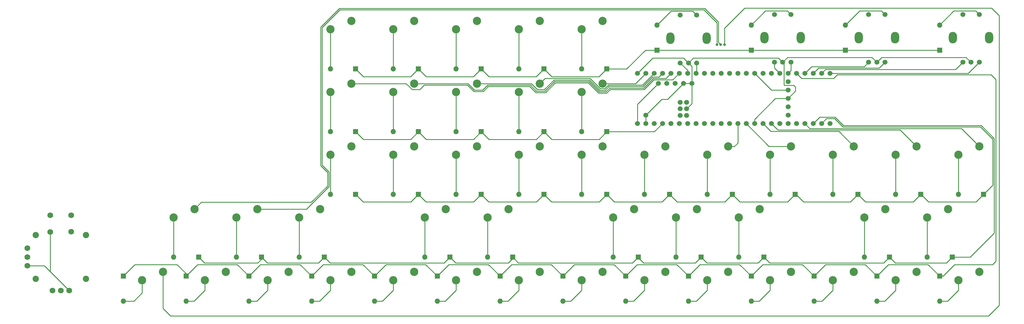
<source format=gbr>
%TF.GenerationSoftware,KiCad,Pcbnew,6.0.2-378541a8eb~116~ubuntu20.04.1*%
%TF.CreationDate,2022-02-22T21:23:10-06:00*%
%TF.ProjectId,LMN,4c4d4e2e-6b69-4636-9164-5f7063625858,rev?*%
%TF.SameCoordinates,Original*%
%TF.FileFunction,Copper,L2,Bot*%
%TF.FilePolarity,Positive*%
%FSLAX46Y46*%
G04 Gerber Fmt 4.6, Leading zero omitted, Abs format (unit mm)*
G04 Created by KiCad (PCBNEW 6.0.2-378541a8eb~116~ubuntu20.04.1) date 2022-02-22 21:23:10*
%MOMM*%
%LPD*%
G01*
G04 APERTURE LIST*
%TA.AperFunction,ComponentPad*%
%ADD10C,2.500000*%
%TD*%
%TA.AperFunction,ComponentPad*%
%ADD11C,1.500000*%
%TD*%
%TA.AperFunction,ComponentPad*%
%ADD12O,2.500000X3.500000*%
%TD*%
%TA.AperFunction,ComponentPad*%
%ADD13C,1.750000*%
%TD*%
%TA.AperFunction,WasherPad*%
%ADD14C,1.897000*%
%TD*%
%TA.AperFunction,ComponentPad*%
%ADD15R,1.600000X1.600000*%
%TD*%
%TA.AperFunction,ComponentPad*%
%ADD16O,1.600000X1.600000*%
%TD*%
%TA.AperFunction,ViaPad*%
%ADD17C,0.800000*%
%TD*%
%TA.AperFunction,Conductor*%
%ADD18C,0.250000*%
%TD*%
G04 APERTURE END LIST*
D10*
%TO.P,SW41,1,1*%
%TO.N,Net-(D46-Pad2)*%
X243840000Y-111760000D03*
%TO.P,SW41,2,2*%
%TO.N,col_9*%
X250190000Y-109220000D03*
%TD*%
%TO.P,SW35,1,1*%
%TO.N,Net-(D40-Pad2)*%
X129540000Y-111760000D03*
%TO.P,SW35,2,2*%
%TO.N,col_3*%
X135890000Y-109220000D03*
%TD*%
%TO.P,SW25,1,1*%
%TO.N,Net-(D29-Pad2)*%
X158115000Y-92710000D03*
%TO.P,SW25,2,2*%
%TO.N,col_5*%
X164465000Y-90170000D03*
%TD*%
%TO.P,SW16,1,1*%
%TO.N,Net-(D20-Pad2)*%
X224790000Y-73660000D03*
%TO.P,SW16,2,2*%
%TO.N,col_8*%
X231140000Y-71120000D03*
%TD*%
D11*
%TO.P,U2,A,A*%
%TO.N,26*%
X264200000Y-45600000D03*
%TO.P,U2,B,B*%
%TO.N,27*%
X269200000Y-45600000D03*
%TO.P,U2,C,C*%
%TO.N,GND*%
X266700000Y-45600000D03*
%TO.P,U2,D,D*%
%TO.N,col_10*%
X264200000Y-31100000D03*
%TO.P,U2,E,E*%
%TO.N,Net-(D7-Pad2)*%
X269200000Y-31100000D03*
D12*
%TO.P,U2,Shield*%
%TO.N,N/C*%
X272200000Y-38100000D03*
X261200000Y-38100000D03*
%TD*%
D10*
%TO.P,SW38,1,1*%
%TO.N,Net-(D43-Pad2)*%
X186690000Y-111760000D03*
%TO.P,SW38,2,2*%
%TO.N,col_6*%
X193040000Y-109220000D03*
%TD*%
%TO.P,SW2,1,1*%
%TO.N,Net-(D2-Pad2)*%
X148590000Y-35560000D03*
%TO.P,SW2,2,2*%
%TO.N,col_4*%
X154940000Y-33020000D03*
%TD*%
%TO.P,SW43,1,1*%
%TO.N,Net-(D48-Pad2)*%
X281940000Y-111760000D03*
%TO.P,SW43,2,2*%
%TO.N,col_11*%
X288290000Y-109220000D03*
%TD*%
%TO.P,SW36,1,1*%
%TO.N,Net-(D41-Pad2)*%
X148590000Y-111760000D03*
%TO.P,SW36,2,2*%
%TO.N,col_4*%
X154940000Y-109220000D03*
%TD*%
%TO.P,SW11,1,1*%
%TO.N,Net-(D15-Pad2)*%
X129540000Y-73660000D03*
%TO.P,SW11,2,2*%
%TO.N,col_3*%
X135890000Y-71120000D03*
%TD*%
%TO.P,SW33,1,1*%
%TO.N,Net-(D38-Pad2)*%
X91440000Y-111760000D03*
%TO.P,SW33,2,2*%
%TO.N,col_1*%
X97790000Y-109220000D03*
%TD*%
D11*
%TO.P,U1,A,A*%
%TO.N,5*%
X235625000Y-45790500D03*
%TO.P,U1,B,B*%
%TO.N,6*%
X240625000Y-45790500D03*
%TO.P,U1,C,C*%
%TO.N,GND*%
X238125000Y-45790500D03*
%TO.P,U1,D,D*%
%TO.N,col_9*%
X235625000Y-31290500D03*
%TO.P,U1,E,E*%
%TO.N,Net-(D6-Pad2)*%
X240625000Y-31290500D03*
D12*
%TO.P,U1,Shield*%
%TO.N,N/C*%
X243625000Y-38290500D03*
X232625000Y-38290500D03*
%TD*%
D10*
%TO.P,SW44,1,1*%
%TO.N,Net-(D49-Pad2)*%
X300990000Y-111760000D03*
%TO.P,SW44,2,2*%
%TO.N,col_12*%
X307340000Y-109220000D03*
%TD*%
%TO.P,SW22,1,1*%
%TO.N,Net-(D26-Pad2)*%
X81915000Y-92710000D03*
%TO.P,SW22,2,2*%
%TO.N,col_1*%
X88265000Y-90170000D03*
%TD*%
%TO.P,SW37,1,1*%
%TO.N,Net-(D42-Pad2)*%
X167640000Y-111760000D03*
%TO.P,SW37,2,2*%
%TO.N,col_5*%
X173990000Y-109220000D03*
%TD*%
%TO.P,SW23,1,1*%
%TO.N,Net-(D27-Pad2)*%
X100965000Y-92710000D03*
%TO.P,SW23,2,2*%
%TO.N,col_2*%
X107315000Y-90170000D03*
%TD*%
%TO.P,SW5,1,1*%
%TO.N,Net-(D5-Pad2)*%
X205740000Y-35560000D03*
%TO.P,SW5,2,2*%
%TO.N,col_7*%
X212090000Y-33020000D03*
%TD*%
%TO.P,SW1,1,1*%
%TO.N,Net-(D1-Pad2)*%
X129540000Y-35560000D03*
%TO.P,SW1,2,2*%
%TO.N,col_3*%
X135890000Y-33020000D03*
%TD*%
%TO.P,SW3,1,1*%
%TO.N,Net-(D3-Pad2)*%
X167640000Y-35560000D03*
%TO.P,SW3,2,2*%
%TO.N,col_5*%
X173990000Y-33020000D03*
%TD*%
%TO.P,SW19,1,1*%
%TO.N,Net-(D23-Pad2)*%
X281940000Y-73660000D03*
%TO.P,SW19,2,2*%
%TO.N,col_11*%
X288290000Y-71120000D03*
%TD*%
D11*
%TO.P,U3,A,A*%
%TO.N,29*%
X292775000Y-45600000D03*
%TO.P,U3,B,B*%
%TO.N,30*%
X297775000Y-45600000D03*
%TO.P,U3,C,C*%
%TO.N,GND*%
X295275000Y-45600000D03*
%TO.P,U3,D,D*%
%TO.N,col_12*%
X292775000Y-31100000D03*
%TO.P,U3,E,E*%
%TO.N,Net-(D8-Pad2)*%
X297775000Y-31100000D03*
D12*
%TO.P,U3,Shield*%
%TO.N,N/C*%
X300775000Y-38100000D03*
X289775000Y-38100000D03*
%TD*%
D10*
%TO.P,SW8,1,1*%
%TO.N,Net-(D12-Pad2)*%
X167640000Y-54610000D03*
%TO.P,SW8,2,2*%
%TO.N,col_5*%
X173990000Y-52070000D03*
%TD*%
%TO.P,SW9,1,1*%
%TO.N,Net-(D13-Pad2)*%
X186690000Y-54610000D03*
%TO.P,SW9,2,2*%
%TO.N,col_6*%
X193040000Y-52070000D03*
%TD*%
%TO.P,SW6,1,1*%
%TO.N,Net-(D10-Pad2)*%
X129540000Y-54610000D03*
%TO.P,SW6,2,2*%
%TO.N,col_3*%
X135890000Y-52070000D03*
%TD*%
%TO.P,SW17,1,1*%
%TO.N,Net-(D21-Pad2)*%
X243840000Y-73660000D03*
%TO.P,SW17,2,2*%
%TO.N,col_9*%
X250190000Y-71120000D03*
%TD*%
%TO.P,SW13,1,1*%
%TO.N,Net-(D17-Pad2)*%
X167640000Y-73660000D03*
%TO.P,SW13,2,2*%
%TO.N,col_5*%
X173990000Y-71120000D03*
%TD*%
%TO.P,SW31,1,1*%
%TO.N,Net-(D35-Pad2)*%
X310515000Y-92710000D03*
%TO.P,SW31,2,2*%
%TO.N,col_13*%
X316865000Y-90170000D03*
%TD*%
%TO.P,SW26,1,1*%
%TO.N,Net-(D30-Pad2)*%
X177165000Y-92710000D03*
%TO.P,SW26,2,2*%
%TO.N,col_6*%
X183515000Y-90170000D03*
%TD*%
D13*
%TO.P,U5,V3,GND*%
%TO.N,GND*%
X37555250Y-107351500D03*
%TO.P,U5,V2,VERT*%
%TO.N,38*%
X37555250Y-104711500D03*
%TO.P,U5,V1,VCC*%
%TO.N,+3V3*%
X37555250Y-102071500D03*
%TO.P,U5,H3,GND*%
%TO.N,GND*%
X50255250Y-114871500D03*
%TO.P,U5,H2,HORZ*%
%TO.N,39*%
X47715250Y-114871500D03*
%TO.P,U5,H1,VCC*%
%TO.N,+3V3*%
X45175250Y-114871500D03*
%TO.P,U5,B2B*%
%TO.N,N/C*%
X50880852Y-97065247D03*
%TO.P,U5,B2A,GND*%
%TO.N,GND*%
X44540250Y-97091500D03*
%TO.P,U5,B1B*%
%TO.N,N/C*%
X50890250Y-92011500D03*
%TO.P,U5,B1A,SEL*%
%TO.N,SEL*%
X44540250Y-92011500D03*
D14*
%TO.P,U5,*%
%TO.N,*%
X55335250Y-98041500D03*
X40095250Y-111381500D03*
X55335250Y-111381500D03*
X40095250Y-98041500D03*
%TD*%
D10*
%TO.P,SW14,1,1*%
%TO.N,Net-(D18-Pad2)*%
X186690000Y-73660000D03*
%TO.P,SW14,2,2*%
%TO.N,col_6*%
X193040000Y-71120000D03*
%TD*%
%TO.P,SW15,1,1*%
%TO.N,Net-(D19-Pad2)*%
X205740000Y-73660000D03*
%TO.P,SW15,2,2*%
%TO.N,col_7*%
X212090000Y-71120000D03*
%TD*%
%TO.P,SW40,1,1*%
%TO.N,Net-(D45-Pad2)*%
X224790000Y-111760000D03*
%TO.P,SW40,2,2*%
%TO.N,col_8*%
X231140000Y-109220000D03*
%TD*%
%TO.P,SW20,1,1*%
%TO.N,Net-(D24-Pad2)*%
X300990000Y-73660000D03*
%TO.P,SW20,2,2*%
%TO.N,col_12*%
X307340000Y-71120000D03*
%TD*%
%TO.P,SW39,1,1*%
%TO.N,Net-(D44-Pad2)*%
X205740000Y-111760000D03*
%TO.P,SW39,2,2*%
%TO.N,col_7*%
X212090000Y-109220000D03*
%TD*%
%TO.P,SW30,1,1*%
%TO.N,Net-(D34-Pad2)*%
X291465000Y-92710000D03*
%TO.P,SW30,2,2*%
%TO.N,col_12*%
X297815000Y-90170000D03*
%TD*%
%TO.P,SW28,1,1*%
%TO.N,Net-(D32-Pad2)*%
X234315000Y-92710000D03*
%TO.P,SW28,2,2*%
%TO.N,col_9*%
X240665000Y-90170000D03*
%TD*%
%TO.P,SW34,1,1*%
%TO.N,Net-(D39-Pad2)*%
X110490000Y-111760000D03*
%TO.P,SW34,2,2*%
%TO.N,col_2*%
X116840000Y-109220000D03*
%TD*%
%TO.P,SW42,1,1*%
%TO.N,Net-(D47-Pad2)*%
X262890000Y-111760000D03*
%TO.P,SW42,2,2*%
%TO.N,col_10*%
X269240000Y-109220000D03*
%TD*%
%TO.P,SW7,1,1*%
%TO.N,Net-(D11-Pad2)*%
X148590000Y-54610000D03*
%TO.P,SW7,2,2*%
%TO.N,col_4*%
X154940000Y-52070000D03*
%TD*%
%TO.P,SW29,1,1*%
%TO.N,Net-(D33-Pad2)*%
X253365000Y-92710000D03*
%TO.P,SW29,2,2*%
%TO.N,col_10*%
X259715000Y-90170000D03*
%TD*%
%TO.P,SW32,1,1*%
%TO.N,Net-(D37-Pad2)*%
X72390000Y-111760000D03*
%TO.P,SW32,2,2*%
%TO.N,col_0*%
X78740000Y-109220000D03*
%TD*%
%TO.P,SW4,1,1*%
%TO.N,Net-(D4-Pad2)*%
X186690000Y-35560000D03*
%TO.P,SW4,2,2*%
%TO.N,col_6*%
X193040000Y-33020000D03*
%TD*%
%TO.P,SW12,1,1*%
%TO.N,Net-(D16-Pad2)*%
X148590000Y-73660000D03*
%TO.P,SW12,2,2*%
%TO.N,col_4*%
X154940000Y-71120000D03*
%TD*%
%TO.P,SW18,1,1*%
%TO.N,Net-(D22-Pad2)*%
X262890000Y-73660000D03*
%TO.P,SW18,2,2*%
%TO.N,col_10*%
X269240000Y-71120000D03*
%TD*%
%TO.P,SW21,1,1*%
%TO.N,Net-(D25-Pad2)*%
X320040000Y-73660000D03*
%TO.P,SW21,2,2*%
%TO.N,col_13*%
X326390000Y-71120000D03*
%TD*%
%TO.P,SW27,1,1*%
%TO.N,Net-(D31-Pad2)*%
X215265000Y-92710000D03*
%TO.P,SW27,2,2*%
%TO.N,col_8*%
X221615000Y-90170000D03*
%TD*%
D11*
%TO.P,U4,A,A*%
%TO.N,31*%
X321350000Y-45600000D03*
%TO.P,U4,B,B*%
%TO.N,32*%
X326350000Y-45600000D03*
%TO.P,U4,C,C*%
%TO.N,GND*%
X323850000Y-45600000D03*
%TO.P,U4,D,D*%
%TO.N,col_13*%
X321350000Y-31100000D03*
%TO.P,U4,E,E*%
%TO.N,Net-(D9-Pad2)*%
X326350000Y-31100000D03*
D12*
%TO.P,U4,Shield*%
%TO.N,N/C*%
X318350000Y-38100000D03*
X329350000Y-38100000D03*
%TD*%
D10*
%TO.P,SW24,1,1*%
%TO.N,Net-(D28-Pad2)*%
X120015000Y-92710000D03*
%TO.P,SW24,2,2*%
%TO.N,col_3*%
X126365000Y-90170000D03*
%TD*%
%TO.P,SW10,1,1*%
%TO.N,Net-(D14-Pad2)*%
X205740000Y-54610000D03*
%TO.P,SW10,2,2*%
%TO.N,col_7*%
X212090000Y-52070000D03*
%TD*%
%TO.P,SW45,1,1*%
%TO.N,Net-(D50-Pad2)*%
X320040000Y-111760000D03*
%TO.P,SW45,2,2*%
%TO.N,col_13*%
X326390000Y-109220000D03*
%TD*%
D15*
%TO.P,D48,1,K*%
%TO.N,row_4*%
X276225000Y-110490000D03*
D16*
%TO.P,D48,2,A*%
%TO.N,Net-(D48-Pad2)*%
X276225000Y-118110000D03*
%TD*%
D15*
%TO.P,D47,1,K*%
%TO.N,row_4*%
X257175000Y-110490000D03*
D16*
%TO.P,D47,2,A*%
%TO.N,Net-(D47-Pad2)*%
X257175000Y-118110000D03*
%TD*%
D15*
%TO.P,D41,1,K*%
%TO.N,row_4*%
X142875000Y-110490000D03*
D16*
%TO.P,D41,2,A*%
%TO.N,Net-(D41-Pad2)*%
X142875000Y-118110000D03*
%TD*%
D15*
%TO.P,D21,1,K*%
%TO.N,row_2*%
X251460000Y-85725000D03*
D16*
%TO.P,D21,2,A*%
%TO.N,Net-(D21-Pad2)*%
X243840000Y-85725000D03*
%TD*%
D15*
%TO.P,D50,1,K*%
%TO.N,row_4*%
X314325000Y-110490000D03*
D16*
%TO.P,D50,2,A*%
%TO.N,Net-(D50-Pad2)*%
X314325000Y-118110000D03*
%TD*%
D15*
%TO.P,D30,1,K*%
%TO.N,row_3*%
X184785000Y-104775000D03*
D16*
%TO.P,D30,2,A*%
%TO.N,Net-(D30-Pad2)*%
X177165000Y-104775000D03*
%TD*%
D15*
%TO.P,D6,1,K*%
%TO.N,row_0*%
X228600000Y-41910000D03*
D16*
%TO.P,D6,2,A*%
%TO.N,Net-(D6-Pad2)*%
X228600000Y-34290000D03*
%TD*%
D15*
%TO.P,D34,1,K*%
%TO.N,row_3*%
X299085000Y-104775000D03*
D16*
%TO.P,D34,2,A*%
%TO.N,Net-(D34-Pad2)*%
X291465000Y-104775000D03*
%TD*%
D15*
%TO.P,D25,1,K*%
%TO.N,row_2*%
X327660000Y-85725000D03*
D16*
%TO.P,D25,2,A*%
%TO.N,Net-(D25-Pad2)*%
X320040000Y-85725000D03*
%TD*%
D11*
%TO.P,U6,0,0*%
%TO.N,col_7*%
X225171000Y-48958500D03*
%TO.P,U6,1,1*%
%TO.N,col_6*%
X227711000Y-48958500D03*
%TO.P,U6,2,2*%
%TO.N,col_5*%
X230251000Y-48958500D03*
%TO.P,U6,3,3*%
%TO.N,col_4*%
X232791000Y-48958500D03*
%TO.P,U6,3.3V,3.3V*%
%TO.N,+3V3*%
X258191000Y-48958500D03*
X268351000Y-54038500D03*
X227711000Y-64198500D03*
%TO.P,U6,4,4*%
%TO.N,col_3*%
X235331000Y-48958500D03*
%TO.P,U6,5,5*%
%TO.N,5*%
X237871000Y-48958500D03*
%TO.P,U6,5V,5V*%
%TO.N,unconnected-(U6-Pad5V)*%
X222631000Y-64198500D03*
X228981000Y-52008500D03*
%TO.P,U6,6,6*%
%TO.N,6*%
X240411000Y-48958500D03*
%TO.P,U6,7,7*%
%TO.N,col_2*%
X242951000Y-48958500D03*
%TO.P,U6,8,8*%
%TO.N,col_1*%
X245491000Y-48958500D03*
%TO.P,U6,9,9*%
%TO.N,col_0*%
X248031000Y-48958500D03*
%TO.P,U6,10,10*%
%TO.N,unconnected-(U6-Pad10)*%
X250571000Y-48958500D03*
%TO.P,U6,11,11*%
%TO.N,unconnected-(U6-Pad11)*%
X253111000Y-48958500D03*
%TO.P,U6,12,12*%
%TO.N,unconnected-(U6-Pad12)*%
X255651000Y-48958500D03*
%TO.P,U6,13,13*%
%TO.N,col_10*%
X255651000Y-64198500D03*
%TO.P,U6,14,14*%
%TO.N,col_9*%
X253111000Y-64198500D03*
%TO.P,U6,15,15*%
%TO.N,unconnected-(U6-Pad15)*%
X250571000Y-64198500D03*
%TO.P,U6,16,16*%
%TO.N,unconnected-(U6-Pad16)*%
X248031000Y-64198500D03*
%TO.P,U6,17,17*%
%TO.N,unconnected-(U6-Pad17)*%
X245491000Y-64198500D03*
%TO.P,U6,18,18*%
%TO.N,unconnected-(U6-Pad18)*%
X242951000Y-64198500D03*
%TO.P,U6,19,19*%
%TO.N,unconnected-(U6-Pad19)*%
X240411000Y-64198500D03*
%TO.P,U6,20,20*%
%TO.N,unconnected-(U6-Pad20)*%
X237871000Y-64198500D03*
%TO.P,U6,21,21*%
%TO.N,unconnected-(U6-Pad21)*%
X235331000Y-64198500D03*
%TO.P,U6,22,22*%
%TO.N,unconnected-(U6-Pad22)*%
X232791000Y-64198500D03*
%TO.P,U6,23,23*%
%TO.N,row_1*%
X230251000Y-64198500D03*
%TO.P,U6,24,24*%
%TO.N,row_0*%
X260731000Y-48958500D03*
%TO.P,U6,25,25*%
%TO.N,col_8*%
X263271000Y-48958500D03*
%TO.P,U6,26,26*%
%TO.N,26*%
X265811000Y-48958500D03*
%TO.P,U6,27,27*%
%TO.N,27*%
X268351000Y-48958500D03*
%TO.P,U6,28,28*%
%TO.N,row_4*%
X270891000Y-48958500D03*
%TO.P,U6,29,29*%
%TO.N,29*%
X273431000Y-48958500D03*
%TO.P,U6,30,30*%
%TO.N,30*%
X275971000Y-48958500D03*
%TO.P,U6,31,31*%
%TO.N,31*%
X278511000Y-48958500D03*
%TO.P,U6,32,32*%
%TO.N,32*%
X281051000Y-48958500D03*
%TO.P,U6,33,33*%
%TO.N,unconnected-(U6-Pad33)*%
X281051000Y-64198500D03*
%TO.P,U6,34,34*%
%TO.N,row_2*%
X278511000Y-64198500D03*
%TO.P,U6,35,35*%
%TO.N,row_3*%
X275971000Y-64198500D03*
%TO.P,U6,36,36*%
%TO.N,col_13*%
X273431000Y-64198500D03*
%TO.P,U6,37,37*%
%TO.N,SEL*%
X270891000Y-64198500D03*
%TO.P,U6,38,38*%
%TO.N,38*%
X268351000Y-64198500D03*
%TO.P,U6,39,39*%
%TO.N,39*%
X265811000Y-64198500D03*
%TO.P,U6,40,40*%
%TO.N,col_12*%
X263271000Y-64198500D03*
%TO.P,U6,41,41*%
%TO.N,col_11*%
X260731000Y-64198500D03*
%TO.P,U6,DM,DM*%
%TO.N,unconnected-(U6-PadDM)*%
X231521000Y-52008500D03*
%TO.P,U6,DP,DP*%
%TO.N,unconnected-(U6-PadDP)*%
X234061000Y-52008500D03*
%TO.P,U6,GND,GND*%
%TO.N,GND*%
X236601000Y-52008500D03*
X258191000Y-64198500D03*
X239141000Y-52008500D03*
X225171000Y-61658500D03*
X237601000Y-59748500D03*
X222631000Y-48958500D03*
X225171000Y-64198500D03*
X268351000Y-56578500D03*
%TO.P,U6,LED,LED*%
%TO.N,unconnected-(U6-PadLED)*%
X235601000Y-59748500D03*
%TO.P,U6,ON/OFF,ON/OFF*%
%TO.N,unconnected-(U6-PadON/OFF)*%
X268351000Y-61658500D03*
%TO.P,U6,PROG,PROG*%
%TO.N,unconnected-(U6-PadPROG)*%
X268351000Y-59118500D03*
%TO.P,U6,RX+,RX+*%
%TO.N,unconnected-(U6-PadRX+)*%
X235601000Y-61748500D03*
%TO.P,U6,RX-,RX-*%
%TO.N,unconnected-(U6-PadRX-)*%
X237601000Y-61748500D03*
%TO.P,U6,TX+,TX+*%
%TO.N,unconnected-(U6-PadTX+)*%
X237601000Y-57748500D03*
%TO.P,U6,TX-,TX-*%
%TO.N,unconnected-(U6-PadTX-)*%
X235601000Y-57748500D03*
%TO.P,U6,VBAT,VBAT*%
%TO.N,unconnected-(U6-PadVBAT)*%
X268351000Y-51498500D03*
%TD*%
D15*
%TO.P,D29,1,K*%
%TO.N,row_3*%
X165735000Y-104775000D03*
D16*
%TO.P,D29,2,A*%
%TO.N,Net-(D29-Pad2)*%
X158115000Y-104775000D03*
%TD*%
D15*
%TO.P,D9,1,K*%
%TO.N,row_0*%
X314325000Y-41910000D03*
D16*
%TO.P,D9,2,A*%
%TO.N,Net-(D9-Pad2)*%
X314325000Y-34290000D03*
%TD*%
D15*
%TO.P,D39,1,K*%
%TO.N,row_4*%
X104775000Y-110490000D03*
D16*
%TO.P,D39,2,A*%
%TO.N,Net-(D39-Pad2)*%
X104775000Y-118110000D03*
%TD*%
D15*
%TO.P,D18,1,K*%
%TO.N,row_2*%
X194310000Y-85725000D03*
D16*
%TO.P,D18,2,A*%
%TO.N,Net-(D18-Pad2)*%
X186690000Y-85725000D03*
%TD*%
D15*
%TO.P,D28,1,K*%
%TO.N,row_3*%
X127635000Y-104775000D03*
D16*
%TO.P,D28,2,A*%
%TO.N,Net-(D28-Pad2)*%
X120015000Y-104775000D03*
%TD*%
D15*
%TO.P,D33,1,K*%
%TO.N,row_3*%
X260985000Y-104775000D03*
D16*
%TO.P,D33,2,A*%
%TO.N,Net-(D33-Pad2)*%
X253365000Y-104775000D03*
%TD*%
D15*
%TO.P,D7,1,K*%
%TO.N,row_0*%
X257175000Y-41910000D03*
D16*
%TO.P,D7,2,A*%
%TO.N,Net-(D7-Pad2)*%
X257175000Y-34290000D03*
%TD*%
D15*
%TO.P,D12,1,K*%
%TO.N,row_1*%
X175260000Y-66675000D03*
D16*
%TO.P,D12,2,A*%
%TO.N,Net-(D12-Pad2)*%
X167640000Y-66675000D03*
%TD*%
D15*
%TO.P,D2,1,K*%
%TO.N,row_0*%
X156210000Y-47625000D03*
D16*
%TO.P,D2,2,A*%
%TO.N,Net-(D2-Pad2)*%
X148590000Y-47625000D03*
%TD*%
D15*
%TO.P,D46,1,K*%
%TO.N,row_4*%
X238125000Y-110490000D03*
D16*
%TO.P,D46,2,A*%
%TO.N,Net-(D46-Pad2)*%
X238125000Y-118110000D03*
%TD*%
D15*
%TO.P,D37,1,K*%
%TO.N,row_4*%
X66675000Y-110490000D03*
D16*
%TO.P,D37,2,A*%
%TO.N,Net-(D37-Pad2)*%
X66675000Y-118110000D03*
%TD*%
D15*
%TO.P,D23,1,K*%
%TO.N,row_2*%
X289560000Y-85725000D03*
D16*
%TO.P,D23,2,A*%
%TO.N,Net-(D23-Pad2)*%
X281940000Y-85725000D03*
%TD*%
D15*
%TO.P,D4,1,K*%
%TO.N,row_0*%
X194310000Y-47625000D03*
D16*
%TO.P,D4,2,A*%
%TO.N,Net-(D4-Pad2)*%
X186690000Y-47625000D03*
%TD*%
D15*
%TO.P,D16,1,K*%
%TO.N,row_2*%
X156210000Y-85725000D03*
D16*
%TO.P,D16,2,A*%
%TO.N,Net-(D16-Pad2)*%
X148590000Y-85725000D03*
%TD*%
D15*
%TO.P,D20,1,K*%
%TO.N,row_2*%
X232410000Y-85725000D03*
D16*
%TO.P,D20,2,A*%
%TO.N,Net-(D20-Pad2)*%
X224790000Y-85725000D03*
%TD*%
D15*
%TO.P,D24,1,K*%
%TO.N,row_2*%
X308610000Y-85725000D03*
D16*
%TO.P,D24,2,A*%
%TO.N,Net-(D24-Pad2)*%
X300990000Y-85725000D03*
%TD*%
D15*
%TO.P,D13,1,K*%
%TO.N,row_1*%
X194310000Y-66675000D03*
D16*
%TO.P,D13,2,A*%
%TO.N,Net-(D13-Pad2)*%
X186690000Y-66675000D03*
%TD*%
D15*
%TO.P,D5,1,K*%
%TO.N,row_0*%
X213360000Y-47625000D03*
D16*
%TO.P,D5,2,A*%
%TO.N,Net-(D5-Pad2)*%
X205740000Y-47625000D03*
%TD*%
D15*
%TO.P,D8,1,K*%
%TO.N,row_0*%
X285750000Y-41910000D03*
D16*
%TO.P,D8,2,A*%
%TO.N,Net-(D8-Pad2)*%
X285750000Y-34290000D03*
%TD*%
D15*
%TO.P,D10,1,K*%
%TO.N,row_1*%
X137160000Y-66675000D03*
D16*
%TO.P,D10,2,A*%
%TO.N,Net-(D10-Pad2)*%
X129540000Y-66675000D03*
%TD*%
D15*
%TO.P,D19,1,K*%
%TO.N,row_2*%
X213360000Y-85725000D03*
D16*
%TO.P,D19,2,A*%
%TO.N,Net-(D19-Pad2)*%
X205740000Y-85725000D03*
%TD*%
D15*
%TO.P,D44,1,K*%
%TO.N,row_4*%
X200025000Y-110490000D03*
D16*
%TO.P,D44,2,A*%
%TO.N,Net-(D44-Pad2)*%
X200025000Y-118110000D03*
%TD*%
D15*
%TO.P,D49,1,K*%
%TO.N,row_4*%
X295275000Y-110490000D03*
D16*
%TO.P,D49,2,A*%
%TO.N,Net-(D49-Pad2)*%
X295275000Y-118110000D03*
%TD*%
D15*
%TO.P,D31,1,K*%
%TO.N,row_3*%
X222885000Y-104775000D03*
D16*
%TO.P,D31,2,A*%
%TO.N,Net-(D31-Pad2)*%
X215265000Y-104775000D03*
%TD*%
D15*
%TO.P,D45,1,K*%
%TO.N,row_4*%
X219075000Y-110490000D03*
D16*
%TO.P,D45,2,A*%
%TO.N,Net-(D45-Pad2)*%
X219075000Y-118110000D03*
%TD*%
D15*
%TO.P,D42,1,K*%
%TO.N,row_4*%
X161925000Y-110490000D03*
D16*
%TO.P,D42,2,A*%
%TO.N,Net-(D42-Pad2)*%
X161925000Y-118110000D03*
%TD*%
D15*
%TO.P,D15,1,K*%
%TO.N,row_2*%
X137160000Y-85725000D03*
D16*
%TO.P,D15,2,A*%
%TO.N,Net-(D15-Pad2)*%
X129540000Y-85725000D03*
%TD*%
D15*
%TO.P,D17,1,K*%
%TO.N,row_2*%
X175260000Y-85725000D03*
D16*
%TO.P,D17,2,A*%
%TO.N,Net-(D17-Pad2)*%
X167640000Y-85725000D03*
%TD*%
D15*
%TO.P,D1,1,K*%
%TO.N,row_0*%
X137160000Y-47625000D03*
D16*
%TO.P,D1,2,A*%
%TO.N,Net-(D1-Pad2)*%
X129540000Y-47625000D03*
%TD*%
D15*
%TO.P,D40,1,K*%
%TO.N,row_4*%
X123825000Y-110490000D03*
D16*
%TO.P,D40,2,A*%
%TO.N,Net-(D40-Pad2)*%
X123825000Y-118110000D03*
%TD*%
D15*
%TO.P,D32,1,K*%
%TO.N,row_3*%
X241935000Y-104775000D03*
D16*
%TO.P,D32,2,A*%
%TO.N,Net-(D32-Pad2)*%
X234315000Y-104775000D03*
%TD*%
D15*
%TO.P,D14,1,K*%
%TO.N,row_1*%
X213360000Y-66675000D03*
D16*
%TO.P,D14,2,A*%
%TO.N,Net-(D14-Pad2)*%
X205740000Y-66675000D03*
%TD*%
D15*
%TO.P,D38,1,K*%
%TO.N,row_4*%
X85725000Y-110490000D03*
D16*
%TO.P,D38,2,A*%
%TO.N,Net-(D38-Pad2)*%
X85725000Y-118110000D03*
%TD*%
D15*
%TO.P,D27,1,K*%
%TO.N,row_3*%
X108585000Y-104775000D03*
D16*
%TO.P,D27,2,A*%
%TO.N,Net-(D27-Pad2)*%
X100965000Y-104775000D03*
%TD*%
D15*
%TO.P,D22,1,K*%
%TO.N,row_2*%
X270510000Y-85725000D03*
D16*
%TO.P,D22,2,A*%
%TO.N,Net-(D22-Pad2)*%
X262890000Y-85725000D03*
%TD*%
D15*
%TO.P,D3,1,K*%
%TO.N,row_0*%
X175260000Y-47625000D03*
D16*
%TO.P,D3,2,A*%
%TO.N,Net-(D3-Pad2)*%
X167640000Y-47625000D03*
%TD*%
D15*
%TO.P,D26,1,K*%
%TO.N,row_3*%
X89535000Y-104775000D03*
D16*
%TO.P,D26,2,A*%
%TO.N,Net-(D26-Pad2)*%
X81915000Y-104775000D03*
%TD*%
D15*
%TO.P,D43,1,K*%
%TO.N,row_4*%
X180975000Y-110490000D03*
D16*
%TO.P,D43,2,A*%
%TO.N,Net-(D43-Pad2)*%
X180975000Y-118110000D03*
%TD*%
D15*
%TO.P,D11,1,K*%
%TO.N,row_1*%
X156210000Y-66675000D03*
D16*
%TO.P,D11,2,A*%
%TO.N,Net-(D11-Pad2)*%
X148590000Y-66675000D03*
%TD*%
D15*
%TO.P,D35,1,K*%
%TO.N,row_3*%
X318135000Y-104775000D03*
D16*
%TO.P,D35,2,A*%
%TO.N,Net-(D35-Pad2)*%
X310515000Y-104775000D03*
%TD*%
D17*
%TO.N,col_2*%
X246800000Y-40200000D03*
%TO.N,col_1*%
X247900000Y-40200000D03*
%TO.N,col_0*%
X249100000Y-40200000D03*
%TD*%
D18*
%TO.N,row_0*%
X156210000Y-47625000D02*
X158585000Y-50000000D01*
X172885000Y-50000000D02*
X175260000Y-47625000D01*
X153835000Y-50000000D02*
X156210000Y-47625000D01*
X213360000Y-47625000D02*
X219375000Y-47625000D01*
X196685000Y-50000000D02*
X210985000Y-50000000D01*
X137160000Y-47625000D02*
X139535000Y-50000000D01*
X139535000Y-50000000D02*
X153835000Y-50000000D01*
X225090000Y-41910000D02*
X228600000Y-41910000D01*
X219375000Y-47625000D02*
X225090000Y-41910000D01*
X175260000Y-47625000D02*
X177635000Y-50000000D01*
X191935000Y-50000000D02*
X194310000Y-47625000D01*
X285750000Y-41910000D02*
X314325000Y-41910000D01*
X257175000Y-41910000D02*
X285750000Y-41910000D01*
X158585000Y-50000000D02*
X172885000Y-50000000D01*
X228600000Y-41910000D02*
X257175000Y-41910000D01*
X177635000Y-50000000D02*
X191935000Y-50000000D01*
X194310000Y-47625000D02*
X196685000Y-50000000D01*
X210985000Y-50000000D02*
X213360000Y-47625000D01*
%TO.N,Net-(D1-Pad2)*%
X129540000Y-35560000D02*
X129540000Y-47625000D01*
%TO.N,Net-(D2-Pad2)*%
X148590000Y-35560000D02*
X148590000Y-47625000D01*
%TO.N,Net-(D3-Pad2)*%
X167640000Y-35560000D02*
X167640000Y-47625000D01*
%TO.N,Net-(D4-Pad2)*%
X186690000Y-35560000D02*
X186690000Y-47625000D01*
%TO.N,Net-(D5-Pad2)*%
X205740000Y-35560000D02*
X205740000Y-47625000D01*
%TO.N,Net-(D6-Pad2)*%
X232790000Y-30100000D02*
X239434500Y-30100000D01*
X228600000Y-34290000D02*
X232790000Y-30100000D01*
X239434500Y-30100000D02*
X240625000Y-31290500D01*
%TO.N,Net-(D7-Pad2)*%
X268125489Y-30025489D02*
X269200000Y-31100000D01*
X261439511Y-30025489D02*
X268125489Y-30025489D01*
X257175000Y-34290000D02*
X261439511Y-30025489D01*
%TO.N,Net-(D8-Pad2)*%
X285750000Y-34290000D02*
X290040000Y-30000000D01*
X290040000Y-30000000D02*
X296675000Y-30000000D01*
X296675000Y-30000000D02*
X297775000Y-31100000D01*
%TO.N,Net-(D9-Pad2)*%
X325250000Y-30000000D02*
X326350000Y-31100000D01*
X318615000Y-30000000D02*
X325250000Y-30000000D01*
X314325000Y-34290000D02*
X318615000Y-30000000D01*
%TO.N,row_1*%
X177585000Y-69000000D02*
X191985000Y-69000000D01*
X211035000Y-69000000D02*
X213360000Y-66675000D01*
X194310000Y-66675000D02*
X196635000Y-69000000D01*
X196635000Y-69000000D02*
X211035000Y-69000000D01*
X175260000Y-66675000D02*
X177585000Y-69000000D01*
X158535000Y-69000000D02*
X172935000Y-69000000D01*
X213360000Y-66675000D02*
X227774500Y-66675000D01*
X191985000Y-69000000D02*
X194310000Y-66675000D01*
X153885000Y-69000000D02*
X156210000Y-66675000D01*
X156210000Y-66675000D02*
X158535000Y-69000000D01*
X137160000Y-66675000D02*
X139485000Y-69000000D01*
X227774500Y-66675000D02*
X230251000Y-64198500D01*
X172935000Y-69000000D02*
X175260000Y-66675000D01*
X139485000Y-69000000D02*
X153885000Y-69000000D01*
%TO.N,Net-(D10-Pad2)*%
X129540000Y-54610000D02*
X129540000Y-66675000D01*
%TO.N,Net-(D11-Pad2)*%
X148590000Y-54610000D02*
X148590000Y-66675000D01*
%TO.N,Net-(D12-Pad2)*%
X167640000Y-54610000D02*
X167640000Y-66675000D01*
%TO.N,Net-(D13-Pad2)*%
X186690000Y-54610000D02*
X186690000Y-66675000D01*
%TO.N,Net-(D14-Pad2)*%
X205740000Y-54610000D02*
X205740000Y-66675000D01*
%TO.N,row_2*%
X289560000Y-85725000D02*
X291835000Y-88000000D01*
X306335000Y-88000000D02*
X308610000Y-85725000D01*
X192035000Y-88000000D02*
X194310000Y-85725000D01*
X249185000Y-88000000D02*
X251460000Y-85725000D01*
X175260000Y-85725000D02*
X177535000Y-88000000D01*
X330450480Y-68950480D02*
X326750480Y-65250480D01*
X215635000Y-88000000D02*
X230135000Y-88000000D01*
X194310000Y-85725000D02*
X196585000Y-88000000D01*
X234685000Y-88000000D02*
X249185000Y-88000000D01*
X172985000Y-88000000D02*
X175260000Y-85725000D01*
X287285000Y-88000000D02*
X289560000Y-85725000D01*
X230135000Y-88000000D02*
X232410000Y-85725000D01*
X308725000Y-85725000D02*
X311000000Y-88000000D01*
X327660000Y-85725000D02*
X330450480Y-82934520D01*
X311000000Y-88000000D02*
X325385000Y-88000000D01*
X153935000Y-88000000D02*
X156210000Y-85725000D01*
X139435000Y-88000000D02*
X153935000Y-88000000D01*
X253735000Y-88000000D02*
X268235000Y-88000000D01*
X330450480Y-82934520D02*
X330450480Y-68950480D01*
X326750480Y-65250480D02*
X284950480Y-65250480D01*
X282400000Y-62700000D02*
X280009500Y-62700000D01*
X268235000Y-88000000D02*
X270510000Y-85725000D01*
X177535000Y-88000000D02*
X192035000Y-88000000D01*
X270725000Y-85725000D02*
X273000000Y-88000000D01*
X213360000Y-85725000D02*
X215635000Y-88000000D01*
X158485000Y-88000000D02*
X172985000Y-88000000D01*
X156210000Y-85725000D02*
X158485000Y-88000000D01*
X196585000Y-88000000D02*
X211085000Y-88000000D01*
X308610000Y-85725000D02*
X308725000Y-85725000D01*
X270510000Y-85725000D02*
X270725000Y-85725000D01*
X280009500Y-62700000D02*
X278511000Y-64198500D01*
X325385000Y-88000000D02*
X327660000Y-85725000D01*
X291835000Y-88000000D02*
X306335000Y-88000000D01*
X211085000Y-88000000D02*
X213360000Y-85725000D01*
X251460000Y-85725000D02*
X253735000Y-88000000D01*
X137160000Y-85725000D02*
X139435000Y-88000000D01*
X273000000Y-88000000D02*
X287285000Y-88000000D01*
X284950480Y-65250480D02*
X282400000Y-62700000D01*
X232410000Y-85725000D02*
X234685000Y-88000000D01*
%TO.N,Net-(D15-Pad2)*%
X129540000Y-73660000D02*
X129540000Y-85725000D01*
%TO.N,Net-(D16-Pad2)*%
X148590000Y-73660000D02*
X148590000Y-85725000D01*
%TO.N,Net-(D17-Pad2)*%
X167640000Y-73660000D02*
X167640000Y-85725000D01*
%TO.N,Net-(D18-Pad2)*%
X186690000Y-73660000D02*
X186690000Y-85725000D01*
%TO.N,Net-(D19-Pad2)*%
X205740000Y-73660000D02*
X205740000Y-85725000D01*
%TO.N,Net-(D20-Pad2)*%
X224790000Y-73660000D02*
X224790000Y-85725000D01*
%TO.N,Net-(D21-Pad2)*%
X243840000Y-73660000D02*
X243840000Y-85725000D01*
%TO.N,Net-(D22-Pad2)*%
X262890000Y-73660000D02*
X262890000Y-85725000D01*
%TO.N,Net-(D23-Pad2)*%
X281940000Y-73660000D02*
X281940000Y-85725000D01*
%TO.N,Net-(D24-Pad2)*%
X300990000Y-73660000D02*
X300990000Y-85725000D01*
%TO.N,Net-(D25-Pad2)*%
X320040000Y-73660000D02*
X320040000Y-85725000D01*
%TO.N,row_3*%
X330900000Y-68764283D02*
X326936677Y-64800960D01*
X125859520Y-106550480D02*
X127635000Y-104775000D01*
X108585000Y-104775000D02*
X110360480Y-106550480D01*
X299085000Y-104775000D02*
X300860480Y-106550480D01*
X262760480Y-106550480D02*
X297309520Y-106550480D01*
X260985000Y-104775000D02*
X262760480Y-106550480D01*
X127635000Y-104775000D02*
X129410480Y-106550480D01*
X184785000Y-105215000D02*
X184785000Y-104775000D01*
X243710480Y-106550480D02*
X259209520Y-106550480D01*
X285136678Y-64800960D02*
X282586197Y-62250480D01*
X108585000Y-105415000D02*
X108585000Y-104775000D01*
X110360480Y-106550480D02*
X125859520Y-106550480D01*
X183449520Y-106550480D02*
X184785000Y-105215000D01*
X184785000Y-104785000D02*
X186550480Y-106550480D01*
X240159520Y-106550480D02*
X241935000Y-104775000D01*
X222885000Y-104885000D02*
X224550480Y-106550480D01*
X323625000Y-104775000D02*
X330900000Y-97500000D01*
X330900000Y-97500000D02*
X330900000Y-68764283D01*
X259209520Y-106550480D02*
X260985000Y-104775000D01*
X163959520Y-106550480D02*
X165735000Y-104775000D01*
X282586197Y-62250480D02*
X277919020Y-62250480D01*
X167510480Y-106550480D02*
X183449520Y-106550480D01*
X184785000Y-104775000D02*
X184785000Y-104785000D01*
X326936677Y-64800960D02*
X285136678Y-64800960D01*
X222885000Y-104775000D02*
X222885000Y-104885000D01*
X221109520Y-106550480D02*
X222885000Y-104775000D01*
X89535000Y-104775000D02*
X91310480Y-106550480D01*
X107449520Y-106550480D02*
X108585000Y-105415000D01*
X241935000Y-104775000D02*
X243710480Y-106550480D01*
X186550480Y-106550480D02*
X221109520Y-106550480D01*
X224550480Y-106550480D02*
X240159520Y-106550480D01*
X91310480Y-106550480D02*
X107449520Y-106550480D01*
X277919020Y-62250480D02*
X275971000Y-64198500D01*
X316359520Y-106550480D02*
X318135000Y-104775000D01*
X165735000Y-104775000D02*
X167510480Y-106550480D01*
X300860480Y-106550480D02*
X316359520Y-106550480D01*
X129410480Y-106550480D02*
X163959520Y-106550480D01*
X318135000Y-104775000D02*
X323625000Y-104775000D01*
X297309520Y-106550480D02*
X299085000Y-104775000D01*
%TO.N,Net-(D26-Pad2)*%
X81915000Y-92710000D02*
X81915000Y-104775000D01*
%TO.N,Net-(D27-Pad2)*%
X100965000Y-92710000D02*
X100965000Y-104775000D01*
%TO.N,Net-(D28-Pad2)*%
X120015000Y-92710000D02*
X120015000Y-104775000D01*
%TO.N,Net-(D29-Pad2)*%
X158115000Y-92710000D02*
X158115000Y-104775000D01*
%TO.N,Net-(D30-Pad2)*%
X177165000Y-92710000D02*
X177165000Y-104775000D01*
%TO.N,Net-(D31-Pad2)*%
X215265000Y-92710000D02*
X215265000Y-104775000D01*
%TO.N,Net-(D32-Pad2)*%
X234315000Y-92710000D02*
X234315000Y-104775000D01*
%TO.N,Net-(D33-Pad2)*%
X253365000Y-92710000D02*
X253365000Y-104775000D01*
%TO.N,Net-(D34-Pad2)*%
X291465000Y-92710000D02*
X291465000Y-104775000D01*
%TO.N,Net-(D35-Pad2)*%
X310515000Y-92710000D02*
X310515000Y-104775000D01*
%TO.N,row_4*%
X291785000Y-107000000D02*
X295275000Y-110490000D01*
X139385000Y-107000000D02*
X142875000Y-110490000D01*
X177485000Y-107000000D02*
X180975000Y-110490000D01*
X282200000Y-50500000D02*
X272432500Y-50500000D01*
X318865000Y-107000000D02*
X330400000Y-107000000D01*
X253685000Y-107000000D02*
X257175000Y-110490000D01*
X70165000Y-107000000D02*
X83000000Y-107000000D01*
X279715000Y-107000000D02*
X291785000Y-107000000D01*
X196535000Y-107000000D02*
X200025000Y-110490000D01*
X219075000Y-110490000D02*
X222565000Y-107000000D01*
X184465000Y-107000000D02*
X196535000Y-107000000D01*
X260665000Y-107000000D02*
X272735000Y-107000000D01*
X310835000Y-107000000D02*
X314325000Y-110490000D01*
X234635000Y-107000000D02*
X238125000Y-110490000D01*
X85725000Y-110490000D02*
X89215000Y-107000000D01*
X257175000Y-110490000D02*
X260665000Y-107000000D01*
X85725000Y-109725000D02*
X85725000Y-110490000D01*
X222565000Y-107000000D02*
X234635000Y-107000000D01*
X161925000Y-110490000D02*
X165415000Y-107000000D01*
X215585000Y-107000000D02*
X219075000Y-110490000D01*
X331349520Y-50849520D02*
X329908020Y-49408020D01*
X123825000Y-110490000D02*
X127315000Y-107000000D01*
X295275000Y-110490000D02*
X298765000Y-107000000D01*
X158435000Y-107000000D02*
X161925000Y-110490000D01*
X315375000Y-110490000D02*
X318865000Y-107000000D01*
X314325000Y-110490000D02*
X315375000Y-110490000D01*
X331349520Y-106050480D02*
X331349520Y-50849520D01*
X104775000Y-110490000D02*
X108265000Y-107000000D01*
X238125000Y-110490000D02*
X241615000Y-107000000D01*
X272735000Y-107000000D02*
X276225000Y-110490000D01*
X101285000Y-107000000D02*
X104775000Y-110490000D01*
X70165000Y-107000000D02*
X66675000Y-110490000D01*
X276225000Y-110490000D02*
X279715000Y-107000000D01*
X180975000Y-110490000D02*
X184465000Y-107000000D01*
X200025000Y-110490000D02*
X203515000Y-107000000D01*
X298765000Y-107000000D02*
X310835000Y-107000000D01*
X283291980Y-49408020D02*
X282200000Y-50500000D01*
X89215000Y-107000000D02*
X101285000Y-107000000D01*
X165415000Y-107000000D02*
X177485000Y-107000000D01*
X329908020Y-49408020D02*
X283291980Y-49408020D01*
X203515000Y-107000000D02*
X215585000Y-107000000D01*
X241615000Y-107000000D02*
X253685000Y-107000000D01*
X272432500Y-50500000D02*
X270891000Y-48958500D01*
X146365000Y-107000000D02*
X158435000Y-107000000D01*
X142875000Y-110490000D02*
X146365000Y-107000000D01*
X127315000Y-107000000D02*
X139385000Y-107000000D01*
X108265000Y-107000000D02*
X120335000Y-107000000D01*
X120335000Y-107000000D02*
X123825000Y-110490000D01*
X83000000Y-107000000D02*
X85725000Y-109725000D01*
X330400000Y-107000000D02*
X331349520Y-106050480D01*
%TO.N,Net-(D37-Pad2)*%
X69890000Y-118110000D02*
X66675000Y-118110000D01*
X72390000Y-115610000D02*
X69890000Y-118110000D01*
X72390000Y-111760000D02*
X72390000Y-115610000D01*
%TO.N,Net-(D38-Pad2)*%
X91440000Y-111760000D02*
X91440000Y-114797091D01*
X91440000Y-114797091D02*
X88127091Y-118110000D01*
X88127091Y-118110000D02*
X85725000Y-118110000D01*
%TO.N,Net-(D39-Pad2)*%
X107177091Y-118110000D02*
X104775000Y-118110000D01*
X110490000Y-111760000D02*
X110490000Y-114797091D01*
X110490000Y-114797091D02*
X107177091Y-118110000D01*
%TO.N,Net-(D40-Pad2)*%
X126227091Y-118110000D02*
X123825000Y-118110000D01*
X129540000Y-114797091D02*
X126227091Y-118110000D01*
X129540000Y-111760000D02*
X129540000Y-114797091D01*
%TO.N,Net-(D41-Pad2)*%
X148590000Y-111760000D02*
X148590000Y-114797091D01*
X148590000Y-114797091D02*
X145277091Y-118110000D01*
X145277091Y-118110000D02*
X142875000Y-118110000D01*
%TO.N,Net-(D42-Pad2)*%
X167640000Y-114797091D02*
X164327091Y-118110000D01*
X164327091Y-118110000D02*
X161925000Y-118110000D01*
X167640000Y-111760000D02*
X167640000Y-114797091D01*
%TO.N,Net-(D43-Pad2)*%
X186690000Y-114797091D02*
X183377091Y-118110000D01*
X186690000Y-111760000D02*
X186690000Y-114797091D01*
X183377091Y-118110000D02*
X180975000Y-118110000D01*
%TO.N,Net-(D44-Pad2)*%
X202427091Y-118110000D02*
X200025000Y-118110000D01*
X205740000Y-111760000D02*
X205740000Y-114797091D01*
X205740000Y-114797091D02*
X202427091Y-118110000D01*
%TO.N,Net-(D45-Pad2)*%
X221477091Y-118110000D02*
X219075000Y-118110000D01*
X224790000Y-114797091D02*
X221477091Y-118110000D01*
X224790000Y-111760000D02*
X224790000Y-114797091D01*
%TO.N,Net-(D46-Pad2)*%
X243840000Y-111760000D02*
X243840000Y-114797091D01*
X243840000Y-114797091D02*
X240527091Y-118110000D01*
X240527091Y-118110000D02*
X238125000Y-118110000D01*
%TO.N,Net-(D47-Pad2)*%
X262890000Y-114797091D02*
X259577091Y-118110000D01*
X262890000Y-111760000D02*
X262890000Y-114797091D01*
X259577091Y-118110000D02*
X257175000Y-118110000D01*
%TO.N,Net-(D48-Pad2)*%
X278627091Y-118110000D02*
X276225000Y-118110000D01*
X281940000Y-114797091D02*
X278627091Y-118110000D01*
X281940000Y-111760000D02*
X281940000Y-114797091D01*
%TO.N,Net-(D49-Pad2)*%
X300990000Y-114797091D02*
X297677091Y-118110000D01*
X297677091Y-118110000D02*
X295275000Y-118110000D01*
X300990000Y-111760000D02*
X300990000Y-114797091D01*
%TO.N,Net-(D50-Pad2)*%
X320040000Y-114797091D02*
X316727091Y-118110000D01*
X316727091Y-118110000D02*
X314325000Y-118110000D01*
X320040000Y-111760000D02*
X320040000Y-114797091D01*
%TO.N,col_4*%
X190200000Y-52519520D02*
X192030000Y-54349520D01*
X207920908Y-51399040D02*
X211065421Y-54543551D01*
X214239572Y-53418560D02*
X224522376Y-53418560D01*
X227458405Y-50482531D02*
X231266969Y-50482531D01*
X211065421Y-54543551D02*
X213114581Y-54543551D01*
X231266969Y-50482531D02*
X232791000Y-48958500D01*
X213114581Y-54543551D02*
X214239572Y-53418560D01*
X192030000Y-54349520D02*
X194586198Y-54349520D01*
X154940000Y-52070000D02*
X171270000Y-52070000D01*
X175700000Y-54000000D02*
X177180480Y-52519520D01*
X224522376Y-53418560D02*
X227458405Y-50482531D01*
X197536678Y-51399040D02*
X207920908Y-51399040D01*
X171270000Y-52070000D02*
X173200000Y-54000000D01*
X177180480Y-52519520D02*
X190200000Y-52519520D01*
X194586198Y-54349520D02*
X197536678Y-51399040D01*
X173200000Y-54000000D02*
X175700000Y-54000000D01*
%TO.N,col_5*%
X190470000Y-52070000D02*
X192300000Y-53900000D01*
X211251618Y-54094031D02*
X212928383Y-54094031D01*
X194400000Y-53900000D02*
X197350480Y-50949520D01*
X197350480Y-50949520D02*
X208107106Y-50949520D01*
X208107106Y-50949520D02*
X211251618Y-54094031D01*
X229176489Y-50033011D02*
X230251000Y-48958500D01*
X212928383Y-54094031D02*
X214053374Y-52969040D01*
X192300000Y-53900000D02*
X194400000Y-53900000D01*
X214053374Y-52969040D02*
X224336178Y-52969040D01*
X227272207Y-50033011D02*
X229176489Y-50033011D01*
X173990000Y-52070000D02*
X190470000Y-52070000D01*
X224336178Y-52969040D02*
X227272207Y-50033011D01*
%TO.N,col_6*%
X224149980Y-52519520D02*
X227711000Y-48958500D01*
X193040000Y-52070000D02*
X194610000Y-50500000D01*
X208293304Y-50500000D02*
X211437815Y-53644511D01*
X213867176Y-52519520D02*
X224149980Y-52519520D01*
X211437815Y-53644511D02*
X212742185Y-53644511D01*
X194610000Y-50500000D02*
X208293304Y-50500000D01*
X212742185Y-53644511D02*
X213867176Y-52519520D01*
%TO.N,col_7*%
X212090000Y-52070000D02*
X222059500Y-52070000D01*
X222059500Y-52070000D02*
X225171000Y-48958500D01*
%TO.N,col_9*%
X252080000Y-71120000D02*
X253111000Y-70089000D01*
X253111000Y-70089000D02*
X253111000Y-64198500D01*
X250190000Y-71120000D02*
X252080000Y-71120000D01*
%TO.N,col_10*%
X262572500Y-71120000D02*
X255651000Y-64198500D01*
X269240000Y-71120000D02*
X262572500Y-71120000D01*
%TO.N,col_11*%
X288290000Y-71120000D02*
X283770000Y-66600000D01*
X263132500Y-66600000D02*
X260731000Y-64198500D01*
X283770000Y-66600000D02*
X263132500Y-66600000D01*
%TO.N,col_12*%
X265222980Y-66150480D02*
X263271000Y-64198500D01*
X307340000Y-71120000D02*
X302370480Y-66150480D01*
X302370480Y-66150480D02*
X265222980Y-66150480D01*
%TO.N,col_13*%
X300899040Y-65700960D02*
X274933460Y-65700960D01*
X326390000Y-71120000D02*
X320970000Y-65700000D01*
X300900000Y-65700000D02*
X300899040Y-65700960D01*
X274933460Y-65700960D02*
X273431000Y-64198500D01*
X320970000Y-65700000D02*
X300900000Y-65700000D01*
%TO.N,col_2*%
X127020479Y-35079521D02*
X132449520Y-29650480D01*
X129090480Y-78900000D02*
X127020479Y-76829999D01*
X246800000Y-33600000D02*
X246800000Y-40200000D01*
X122230000Y-90170000D02*
X129090480Y-83309520D01*
X132449520Y-29650480D02*
X242850480Y-29650480D01*
X242850480Y-29650480D02*
X246800000Y-33600000D01*
X127020479Y-76829999D02*
X127020479Y-35079521D01*
X129090480Y-83309520D02*
X129090480Y-78900000D01*
X107315000Y-90170000D02*
X122230000Y-90170000D01*
%TO.N,col_3*%
X197722876Y-51848560D02*
X207734710Y-51848560D01*
X190013802Y-52969040D02*
X191843803Y-54799040D01*
X207734710Y-51848560D02*
X210879224Y-54993071D01*
X154300000Y-53900000D02*
X156600000Y-53900000D01*
X156600000Y-53900000D02*
X157980480Y-52519520D01*
X157980480Y-52519520D02*
X171083802Y-52519520D01*
X173013803Y-54449520D02*
X175886197Y-54449520D01*
X227644603Y-50932051D02*
X233357449Y-50932051D01*
X194772395Y-54799040D02*
X197722876Y-51848560D01*
X210879224Y-54993071D02*
X213300778Y-54993071D01*
X214425770Y-53868080D02*
X224708574Y-53868080D01*
X135890000Y-52070000D02*
X152470000Y-52070000D01*
X224708574Y-53868080D02*
X227644603Y-50932051D01*
X191843803Y-54799040D02*
X194772395Y-54799040D01*
X175886197Y-54449520D02*
X177366678Y-52969040D01*
X177366678Y-52969040D02*
X190013802Y-52969040D01*
X233357449Y-50932051D02*
X235331000Y-48958500D01*
X213300778Y-54993071D02*
X214425770Y-53868080D01*
X171083802Y-52519520D02*
X173013803Y-54449520D01*
X152470000Y-52070000D02*
X154300000Y-53900000D01*
%TO.N,col_1*%
X132263323Y-29200960D02*
X243036678Y-29200960D01*
X247249520Y-39549520D02*
X247900000Y-40200000D01*
X243036678Y-29200960D02*
X247249520Y-33413803D01*
X247249520Y-33413803D02*
X247249520Y-39549520D01*
X90335000Y-88100000D02*
X123664282Y-88100000D01*
X126570959Y-34893324D02*
X132263323Y-29200960D01*
X88265000Y-90170000D02*
X90335000Y-88100000D01*
X128640960Y-83123322D02*
X128640960Y-79086198D01*
X123664282Y-88100000D02*
X128640960Y-83123322D01*
X128640960Y-79086198D02*
X126570959Y-77016196D01*
X126570959Y-77016196D02*
X126570959Y-34893324D01*
%TO.N,GND*%
X239141000Y-46806500D02*
X238125000Y-45790500D01*
X266700000Y-45600000D02*
X267100000Y-46000000D01*
X239141000Y-58208500D02*
X239141000Y-52008500D01*
X236601000Y-52008500D02*
X239141000Y-52008500D01*
X236634500Y-44300000D02*
X238125000Y-45790500D01*
X296775000Y-44100000D02*
X322350000Y-44100000D01*
X230029500Y-56800000D02*
X225171000Y-61658500D01*
X267300000Y-52600000D02*
X270100000Y-52600000D01*
X270600000Y-53100000D02*
X270600000Y-54329500D01*
X267100000Y-52400000D02*
X267300000Y-52600000D01*
X42735250Y-107351500D02*
X45141875Y-109758125D01*
X258191000Y-64198500D02*
X258191000Y-62909000D01*
X239615500Y-44300000D02*
X265400000Y-44300000D01*
X37555250Y-107351500D02*
X42735250Y-107351500D01*
X270600000Y-54329500D02*
X268351000Y-56578500D01*
X231809500Y-56800000D02*
X230029500Y-56800000D01*
X258191000Y-62909000D02*
X264521500Y-56578500D01*
X265400000Y-44300000D02*
X266700000Y-45600000D01*
X237601000Y-59748500D02*
X239141000Y-58208500D01*
X227289500Y-44300000D02*
X236634500Y-44300000D01*
X295275000Y-45600000D02*
X296775000Y-44100000D01*
X266700000Y-45600000D02*
X268200000Y-44100000D01*
X44540250Y-109156500D02*
X45141875Y-109758125D01*
X293775000Y-44100000D02*
X295275000Y-45600000D01*
X239141000Y-52008500D02*
X239141000Y-46806500D01*
X239615500Y-44300000D02*
X238125000Y-45790500D01*
X322350000Y-44100000D02*
X323850000Y-45600000D01*
X268200000Y-44100000D02*
X293775000Y-44100000D01*
X264521500Y-56578500D02*
X268351000Y-56578500D01*
X270100000Y-52600000D02*
X270600000Y-53100000D01*
X267100000Y-46000000D02*
X267100000Y-52400000D01*
X44540250Y-97091500D02*
X44540250Y-109156500D01*
X225171000Y-64198500D02*
X225171000Y-61658500D01*
X45141875Y-109758125D02*
X50255250Y-114871500D01*
X222631000Y-48958500D02*
X227289500Y-44300000D01*
X236601000Y-52008500D02*
X231809500Y-56800000D01*
%TO.N,unconnected-(U6-Pad5V)*%
X222631000Y-64198500D02*
X222631000Y-58369000D01*
X222800000Y-58189500D02*
X228981000Y-52008500D01*
X222800000Y-58200000D02*
X222800000Y-58189500D01*
X222631000Y-58369000D02*
X222800000Y-58200000D01*
%TO.N,+3V3*%
X263271000Y-54038500D02*
X268351000Y-54038500D01*
X258191000Y-48958500D02*
X263271000Y-54038500D01*
%TO.N,31*%
X279669500Y-47800000D02*
X278511000Y-48958500D01*
X319150000Y-47800000D02*
X279669500Y-47800000D01*
X321350000Y-45600000D02*
X319150000Y-47800000D01*
%TO.N,32*%
X322991500Y-48958500D02*
X281051000Y-48958500D01*
X326350000Y-45600000D02*
X322991500Y-48958500D01*
%TO.N,29*%
X275488540Y-46900960D02*
X273431000Y-48958500D01*
X292775000Y-45600000D02*
X291474040Y-46900960D01*
X291474040Y-46900960D02*
X275488540Y-46900960D01*
%TO.N,30*%
X297775000Y-45600000D02*
X296024520Y-47350480D01*
X296024520Y-47350480D02*
X277579020Y-47350480D01*
X277579020Y-47350480D02*
X275971000Y-48958500D01*
%TO.N,26*%
X264200000Y-45600000D02*
X264200000Y-47347500D01*
X264200000Y-47347500D02*
X265811000Y-48958500D01*
%TO.N,27*%
X269200000Y-48109500D02*
X268351000Y-48958500D01*
X269200000Y-45600000D02*
X269200000Y-48109500D01*
%TO.N,6*%
X240625000Y-45790500D02*
X240625000Y-48744500D01*
X240625000Y-48744500D02*
X240411000Y-48958500D01*
%TO.N,5*%
X237871000Y-48036500D02*
X237871000Y-48958500D01*
X235625000Y-45790500D02*
X237871000Y-48036500D01*
%TO.N,col_0*%
X78740000Y-109220000D02*
X78740000Y-120340000D01*
X332400000Y-119400000D02*
X332400000Y-31400000D01*
X81000000Y-122600000D02*
X329200000Y-122600000D01*
X255200000Y-29100000D02*
X249100000Y-35200000D01*
X329200000Y-122600000D02*
X332400000Y-119400000D01*
X332400000Y-31400000D02*
X330100000Y-29100000D01*
X78740000Y-120340000D02*
X81000000Y-122600000D01*
X249100000Y-35200000D02*
X249100000Y-40200000D01*
X330100000Y-29100000D02*
X255200000Y-29100000D01*
%TD*%
M02*

</source>
